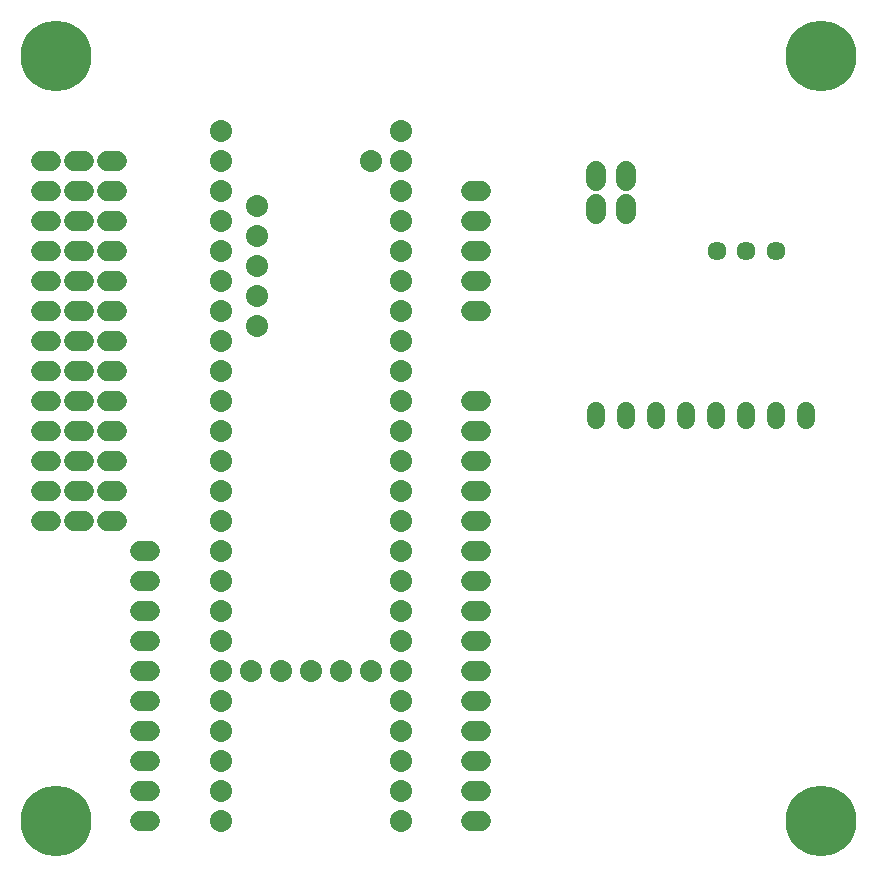
<source format=gbr>
G04 EAGLE Gerber RS-274X export*
G75*
%MOMM*%
%FSLAX34Y34*%
%LPD*%
%INSoldermask Top*%
%IPPOS*%
%AMOC8*
5,1,8,0,0,1.08239X$1,22.5*%
G01*
%ADD10C,1.868200*%
%ADD11C,1.727200*%
%ADD12C,1.611200*%
%ADD13C,1.524000*%
%ADD14C,3.403200*%
%ADD15C,6.000000*%


D10*
X190500Y584200D03*
X190500Y558800D03*
X190500Y533400D03*
X190500Y508000D03*
X190500Y482600D03*
X190500Y457200D03*
X190500Y431800D03*
X190500Y406400D03*
X190500Y381000D03*
X190500Y355600D03*
X190500Y330200D03*
X190500Y304800D03*
X342900Y304800D03*
X342900Y330200D03*
X342900Y355600D03*
X342900Y381000D03*
X342900Y406400D03*
X342900Y431800D03*
X342900Y457200D03*
X342900Y482600D03*
X342900Y508000D03*
X342900Y533400D03*
X342900Y558800D03*
X190500Y254000D03*
X190500Y228600D03*
X190500Y203200D03*
X190500Y177800D03*
X190500Y152400D03*
X190500Y127000D03*
X190500Y101600D03*
X190500Y76200D03*
X190500Y50800D03*
X342900Y50800D03*
X342900Y76200D03*
X342900Y101600D03*
X342900Y127000D03*
X342900Y152400D03*
X342900Y177800D03*
X342900Y203200D03*
X342900Y228600D03*
X342900Y254000D03*
X190500Y279400D03*
X215900Y177800D03*
X241300Y177800D03*
X266700Y177800D03*
X292100Y177800D03*
X317500Y177800D03*
X221000Y469900D03*
X221000Y495300D03*
X221000Y520700D03*
X221000Y546100D03*
X221000Y571500D03*
X342900Y584200D03*
X342900Y635000D03*
X190500Y609600D03*
X317500Y609600D03*
X342900Y279400D03*
X342900Y609600D03*
X190500Y635000D03*
D11*
X101981Y609600D02*
X93599Y609600D01*
X93599Y584200D02*
X101981Y584200D01*
X101981Y558800D02*
X93599Y558800D01*
X93599Y533400D02*
X101981Y533400D01*
X101981Y508000D02*
X93599Y508000D01*
X93599Y482600D02*
X101981Y482600D01*
X101981Y457200D02*
X93599Y457200D01*
X93599Y431800D02*
X101981Y431800D01*
X101981Y406400D02*
X93599Y406400D01*
X93599Y381000D02*
X101981Y381000D01*
X101981Y355600D02*
X93599Y355600D01*
X93599Y330200D02*
X101981Y330200D01*
X101981Y304800D02*
X93599Y304800D01*
X74041Y304800D02*
X65659Y304800D01*
X65659Y330200D02*
X74041Y330200D01*
X74041Y355600D02*
X65659Y355600D01*
X65659Y381000D02*
X74041Y381000D01*
X74041Y406400D02*
X65659Y406400D01*
X65659Y431800D02*
X74041Y431800D01*
X74041Y457200D02*
X65659Y457200D01*
X65659Y482600D02*
X74041Y482600D01*
X74041Y508000D02*
X65659Y508000D01*
X65659Y533400D02*
X74041Y533400D01*
X74041Y558800D02*
X65659Y558800D01*
X65659Y584200D02*
X74041Y584200D01*
X74041Y609600D02*
X65659Y609600D01*
X46101Y304800D02*
X37719Y304800D01*
X37719Y330200D02*
X46101Y330200D01*
X46101Y355600D02*
X37719Y355600D01*
X37719Y381000D02*
X46101Y381000D01*
X46101Y406400D02*
X37719Y406400D01*
X37719Y431800D02*
X46101Y431800D01*
X46101Y457200D02*
X37719Y457200D01*
X37719Y482600D02*
X46101Y482600D01*
X46101Y508000D02*
X37719Y508000D01*
X37719Y533400D02*
X46101Y533400D01*
X46101Y558800D02*
X37719Y558800D01*
X37719Y584200D02*
X46101Y584200D01*
X46101Y609600D02*
X37719Y609600D01*
D12*
X610000Y533400D03*
X635000Y533400D03*
X660000Y533400D03*
D11*
X129921Y279400D02*
X121539Y279400D01*
X121539Y254000D02*
X129921Y254000D01*
X129921Y228600D02*
X121539Y228600D01*
X121539Y203200D02*
X129921Y203200D01*
X129921Y177800D02*
X121539Y177800D01*
X121539Y152400D02*
X129921Y152400D01*
X129921Y127000D02*
X121539Y127000D01*
X121539Y101600D02*
X129921Y101600D01*
X129921Y76200D02*
X121539Y76200D01*
X121539Y50800D02*
X129921Y50800D01*
X402209Y279400D02*
X410591Y279400D01*
X410591Y254000D02*
X402209Y254000D01*
X402209Y228600D02*
X410591Y228600D01*
X410591Y203200D02*
X402209Y203200D01*
X402209Y177800D02*
X410591Y177800D01*
X410591Y152400D02*
X402209Y152400D01*
X402209Y127000D02*
X410591Y127000D01*
X410591Y101600D02*
X402209Y101600D01*
X402209Y76200D02*
X410591Y76200D01*
X410591Y50800D02*
X402209Y50800D01*
D13*
X508000Y390068D02*
X508000Y397332D01*
X533400Y397332D02*
X533400Y390068D01*
X558800Y390068D02*
X558800Y397332D01*
X584200Y397332D02*
X584200Y390068D01*
X609600Y390068D02*
X609600Y397332D01*
X635000Y397332D02*
X635000Y390068D01*
X660400Y390068D02*
X660400Y397332D01*
X685800Y397332D02*
X685800Y390068D01*
D11*
X410591Y406400D02*
X402209Y406400D01*
X402209Y381000D02*
X410591Y381000D01*
X410591Y355600D02*
X402209Y355600D01*
X402209Y330200D02*
X410591Y330200D01*
X410591Y304800D02*
X402209Y304800D01*
X402209Y584200D02*
X410591Y584200D01*
X410591Y558800D02*
X402209Y558800D01*
X402209Y533400D02*
X410591Y533400D01*
X410591Y508000D02*
X402209Y508000D01*
X402209Y482600D02*
X410591Y482600D01*
X508000Y564769D02*
X508000Y573151D01*
X533400Y573151D02*
X533400Y564769D01*
X508000Y592709D02*
X508000Y601091D01*
X533400Y601091D02*
X533400Y592709D01*
D14*
X50800Y698500D03*
D15*
X50800Y698500D03*
D14*
X50800Y50800D03*
D15*
X50800Y50800D03*
D14*
X698500Y50800D03*
D15*
X698500Y50800D03*
D14*
X698500Y698500D03*
D15*
X698500Y698500D03*
M02*

</source>
